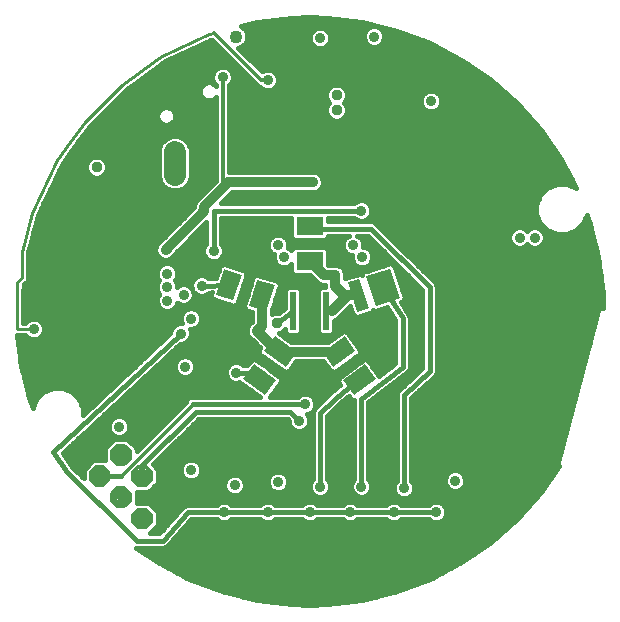
<source format=gbl>
G75*
%MOIN*%
%OFA0B0*%
%FSLAX25Y25*%
%IPPOS*%
%LPD*%
%AMOC8*
5,1,8,0,0,1.08239X$1,22.5*
%
%ADD10C,0.01480*%
%ADD11R,0.06102X0.09055*%
%ADD12R,0.08386X0.10236*%
%ADD13R,0.04016X0.10236*%
%ADD14R,0.09055X0.06102*%
%ADD15R,0.01969X0.12992*%
%ADD16R,0.05118X0.12992*%
%ADD17C,0.07400*%
%ADD18C,0.01600*%
%ADD19C,0.03569*%
%ADD20C,0.01000*%
%ADD21C,0.04356*%
%ADD22C,0.03765*%
%ADD23C,0.03200*%
%ADD24C,0.01200*%
%ADD25C,0.02000*%
D10*
X0039757Y0037510D02*
X0040497Y0036770D01*
X0038045Y0036770D01*
X0036312Y0038503D01*
X0036312Y0040955D01*
X0038045Y0042688D01*
X0040497Y0042688D01*
X0042230Y0040955D01*
X0042230Y0038503D01*
X0040497Y0036770D01*
X0040037Y0037880D01*
X0038505Y0037880D01*
X0037422Y0038963D01*
X0037422Y0040495D01*
X0038505Y0041578D01*
X0040037Y0041578D01*
X0041120Y0040495D01*
X0041120Y0038963D01*
X0040037Y0037880D01*
X0039577Y0038990D01*
X0038965Y0038990D01*
X0038532Y0039423D01*
X0038532Y0040035D01*
X0038965Y0040468D01*
X0039577Y0040468D01*
X0040010Y0040035D01*
X0040010Y0039423D01*
X0039577Y0038990D01*
X0046828Y0030439D02*
X0047568Y0029699D01*
X0045116Y0029699D01*
X0043383Y0031432D01*
X0043383Y0033884D01*
X0045116Y0035617D01*
X0047568Y0035617D01*
X0049301Y0033884D01*
X0049301Y0031432D01*
X0047568Y0029699D01*
X0047108Y0030809D01*
X0045576Y0030809D01*
X0044493Y0031892D01*
X0044493Y0033424D01*
X0045576Y0034507D01*
X0047108Y0034507D01*
X0048191Y0033424D01*
X0048191Y0031892D01*
X0047108Y0030809D01*
X0046648Y0031919D01*
X0046036Y0031919D01*
X0045603Y0032352D01*
X0045603Y0032964D01*
X0046036Y0033397D01*
X0046648Y0033397D01*
X0047081Y0032964D01*
X0047081Y0032352D01*
X0046648Y0031919D01*
X0053899Y0037510D02*
X0054639Y0036770D01*
X0052187Y0036770D01*
X0050454Y0038503D01*
X0050454Y0040955D01*
X0052187Y0042688D01*
X0054639Y0042688D01*
X0056372Y0040955D01*
X0056372Y0038503D01*
X0054639Y0036770D01*
X0054179Y0037880D01*
X0052647Y0037880D01*
X0051564Y0038963D01*
X0051564Y0040495D01*
X0052647Y0041578D01*
X0054179Y0041578D01*
X0055262Y0040495D01*
X0055262Y0038963D01*
X0054179Y0037880D01*
X0053719Y0038990D01*
X0053107Y0038990D01*
X0052674Y0039423D01*
X0052674Y0040035D01*
X0053107Y0040468D01*
X0053719Y0040468D01*
X0054152Y0040035D01*
X0054152Y0039423D01*
X0053719Y0038990D01*
X0046828Y0044581D02*
X0047568Y0043841D01*
X0045116Y0043841D01*
X0043383Y0045574D01*
X0043383Y0048026D01*
X0045116Y0049759D01*
X0047568Y0049759D01*
X0049301Y0048026D01*
X0049301Y0045574D01*
X0047568Y0043841D01*
X0047108Y0044951D01*
X0045576Y0044951D01*
X0044493Y0046034D01*
X0044493Y0047566D01*
X0045576Y0048649D01*
X0047108Y0048649D01*
X0048191Y0047566D01*
X0048191Y0046034D01*
X0047108Y0044951D01*
X0046648Y0046061D01*
X0046036Y0046061D01*
X0045603Y0046494D01*
X0045603Y0047106D01*
X0046036Y0047539D01*
X0046648Y0047539D01*
X0047081Y0047106D01*
X0047081Y0046494D01*
X0046648Y0046061D01*
X0039757Y0051652D02*
X0040497Y0050912D01*
X0038045Y0050912D01*
X0036312Y0052645D01*
X0036312Y0055097D01*
X0038045Y0056830D01*
X0040497Y0056830D01*
X0042230Y0055097D01*
X0042230Y0052645D01*
X0040497Y0050912D01*
X0040037Y0052022D01*
X0038505Y0052022D01*
X0037422Y0053105D01*
X0037422Y0054637D01*
X0038505Y0055720D01*
X0040037Y0055720D01*
X0041120Y0054637D01*
X0041120Y0053105D01*
X0040037Y0052022D01*
X0039577Y0053132D01*
X0038965Y0053132D01*
X0038532Y0053565D01*
X0038532Y0054177D01*
X0038965Y0054610D01*
X0039577Y0054610D01*
X0040010Y0054177D01*
X0040010Y0053565D01*
X0039577Y0053132D01*
X0032686Y0044581D02*
X0033426Y0043841D01*
X0030974Y0043841D01*
X0029241Y0045574D01*
X0029241Y0048026D01*
X0030974Y0049759D01*
X0033426Y0049759D01*
X0035159Y0048026D01*
X0035159Y0045574D01*
X0033426Y0043841D01*
X0032966Y0044951D01*
X0031434Y0044951D01*
X0030351Y0046034D01*
X0030351Y0047566D01*
X0031434Y0048649D01*
X0032966Y0048649D01*
X0034049Y0047566D01*
X0034049Y0046034D01*
X0032966Y0044951D01*
X0032506Y0046061D01*
X0031894Y0046061D01*
X0031461Y0046494D01*
X0031461Y0047106D01*
X0031894Y0047539D01*
X0032506Y0047539D01*
X0032939Y0047106D01*
X0032939Y0046494D01*
X0032506Y0046061D01*
D11*
G36*
X0080132Y0079094D02*
X0083718Y0084031D01*
X0091042Y0078710D01*
X0087456Y0073773D01*
X0080132Y0079094D01*
G37*
G36*
X0086958Y0088490D02*
X0090544Y0093427D01*
X0097868Y0088106D01*
X0094282Y0083169D01*
X0086958Y0088490D01*
G37*
G36*
X0084821Y0112253D02*
X0090623Y0110367D01*
X0087825Y0101757D01*
X0082023Y0103643D01*
X0084821Y0112253D01*
G37*
G36*
X0073775Y0115842D02*
X0079577Y0113956D01*
X0076779Y0105346D01*
X0070977Y0107232D01*
X0073775Y0115842D01*
G37*
G36*
X0110118Y0083169D02*
X0106532Y0088106D01*
X0113856Y0093427D01*
X0117442Y0088490D01*
X0110118Y0083169D01*
G37*
G36*
X0116944Y0073773D02*
X0113358Y0078710D01*
X0120682Y0084031D01*
X0124268Y0079094D01*
X0116944Y0073773D01*
G37*
D12*
G36*
X0132296Y0106245D02*
X0124321Y0103653D01*
X0121158Y0113387D01*
X0129133Y0115979D01*
X0132296Y0106245D01*
G37*
D13*
G36*
X0121886Y0102862D02*
X0118067Y0101621D01*
X0114904Y0111356D01*
X0118723Y0112597D01*
X0121886Y0102862D01*
G37*
D14*
X0102200Y0118493D03*
X0102200Y0130107D03*
D15*
X0096688Y0101800D03*
X0107712Y0101800D03*
D16*
X0102200Y0101800D03*
D17*
X0057318Y0147313D02*
X0057318Y0154713D01*
X0047318Y0154713D02*
X0047318Y0147313D01*
D18*
X0042700Y0027300D02*
X0044700Y0025300D01*
X0053200Y0025300D01*
X0061700Y0034800D01*
X0073700Y0034800D01*
X0088200Y0034800D01*
X0102200Y0034800D01*
X0115700Y0034800D01*
X0130200Y0034800D01*
X0144450Y0034800D01*
X0142064Y0037200D02*
X0132586Y0037200D01*
X0132117Y0037669D01*
X0130873Y0038184D01*
X0129527Y0038184D01*
X0128283Y0037669D01*
X0127814Y0037200D01*
X0118086Y0037200D01*
X0117617Y0037669D01*
X0116373Y0038184D01*
X0115027Y0038184D01*
X0113783Y0037669D01*
X0113314Y0037200D01*
X0104586Y0037200D01*
X0104117Y0037669D01*
X0102873Y0038184D01*
X0101527Y0038184D01*
X0100283Y0037669D01*
X0099814Y0037200D01*
X0090586Y0037200D01*
X0090117Y0037669D01*
X0088873Y0038184D01*
X0087527Y0038184D01*
X0086283Y0037669D01*
X0085814Y0037200D01*
X0076086Y0037200D01*
X0075617Y0037669D01*
X0074373Y0038184D01*
X0073027Y0038184D01*
X0071783Y0037669D01*
X0071314Y0037200D01*
X0062109Y0037200D01*
X0062044Y0037223D01*
X0061633Y0037200D01*
X0061223Y0037200D01*
X0061159Y0037174D01*
X0061090Y0037170D01*
X0060720Y0036992D01*
X0060341Y0036835D01*
X0060292Y0036786D01*
X0060230Y0036756D01*
X0059956Y0036450D01*
X0059665Y0036159D01*
X0059639Y0036096D01*
X0052127Y0027700D01*
X0048880Y0027700D01*
X0051642Y0030463D01*
X0051642Y0034853D01*
X0048537Y0037958D01*
X0044571Y0037958D01*
X0044571Y0041500D01*
X0048537Y0041500D01*
X0051642Y0044605D01*
X0051642Y0048995D01*
X0049966Y0050672D01*
X0065194Y0065900D01*
X0094706Y0065900D01*
X0095316Y0065290D01*
X0095316Y0064627D01*
X0095831Y0063383D01*
X0096783Y0062431D01*
X0098027Y0061916D01*
X0099373Y0061916D01*
X0100617Y0062431D01*
X0101569Y0063383D01*
X0102084Y0064627D01*
X0102084Y0065973D01*
X0101569Y0067217D01*
X0101370Y0067416D01*
X0101373Y0067416D01*
X0102617Y0067931D01*
X0103538Y0068852D01*
X0103300Y0068277D01*
X0103300Y0045686D01*
X0102831Y0045217D01*
X0102316Y0043973D01*
X0102316Y0042627D01*
X0102831Y0041383D01*
X0103783Y0040431D01*
X0105027Y0039916D01*
X0106373Y0039916D01*
X0107617Y0040431D01*
X0108569Y0041383D01*
X0109084Y0042627D01*
X0109084Y0043973D01*
X0108569Y0045217D01*
X0108100Y0045686D01*
X0108100Y0066806D01*
X0111842Y0070547D01*
X0114688Y0073044D01*
X0115221Y0073421D01*
X0116039Y0072296D01*
X0117050Y0072136D01*
X0117050Y0045686D01*
X0116581Y0045217D01*
X0116066Y0043973D01*
X0116066Y0042627D01*
X0116581Y0041383D01*
X0117533Y0040431D01*
X0118777Y0039916D01*
X0120123Y0039916D01*
X0121367Y0040431D01*
X0122319Y0041383D01*
X0122834Y0042627D01*
X0122834Y0043973D01*
X0122319Y0045217D01*
X0121850Y0045686D01*
X0121850Y0071380D01*
X0134421Y0081208D01*
X0134559Y0081265D01*
X0134794Y0081499D01*
X0135054Y0081703D01*
X0135128Y0081834D01*
X0135235Y0081941D01*
X0135361Y0082246D01*
X0135524Y0082534D01*
X0135542Y0082684D01*
X0135600Y0082823D01*
X0135600Y0083154D01*
X0135640Y0083482D01*
X0135600Y0083627D01*
X0135600Y0099174D01*
X0135646Y0099372D01*
X0135600Y0099647D01*
X0135600Y0099925D01*
X0135522Y0100113D01*
X0135489Y0100314D01*
X0135341Y0100550D01*
X0135235Y0100807D01*
X0135091Y0100951D01*
X0132745Y0104708D01*
X0133421Y0104927D01*
X0134022Y0106108D01*
X0130449Y0117104D01*
X0129268Y0117706D01*
X0120032Y0114705D01*
X0119637Y0113927D01*
X0118859Y0114323D01*
X0113914Y0112717D01*
X0114084Y0113127D01*
X0114084Y0114473D01*
X0113569Y0115717D01*
X0112617Y0116669D01*
X0111373Y0117184D01*
X0110027Y0117184D01*
X0109582Y0117000D01*
X0108328Y0117000D01*
X0108328Y0122207D01*
X0107390Y0123144D01*
X0097010Y0123144D01*
X0096076Y0122210D01*
X0095617Y0122669D01*
X0095000Y0122924D01*
X0095084Y0123127D01*
X0095084Y0124473D01*
X0094569Y0125717D01*
X0093617Y0126669D01*
X0092373Y0127184D01*
X0091027Y0127184D01*
X0089783Y0126669D01*
X0088831Y0125717D01*
X0088316Y0124473D01*
X0088316Y0123127D01*
X0088831Y0121883D01*
X0089783Y0120931D01*
X0090400Y0120676D01*
X0090316Y0120473D01*
X0090316Y0119127D01*
X0090831Y0117883D01*
X0091783Y0116931D01*
X0093027Y0116416D01*
X0094373Y0116416D01*
X0095617Y0116931D01*
X0096072Y0117386D01*
X0096072Y0114779D01*
X0097010Y0113842D01*
X0102326Y0113842D01*
X0105080Y0111087D01*
X0106256Y0110600D01*
X0107500Y0110600D01*
X0107500Y0109896D01*
X0106065Y0109896D01*
X0105128Y0108959D01*
X0105128Y0094641D01*
X0106065Y0093704D01*
X0109359Y0093704D01*
X0110296Y0094641D01*
X0110296Y0098600D01*
X0110337Y0098600D01*
X0111513Y0099087D01*
X0115812Y0103386D01*
X0116751Y0100496D01*
X0117932Y0099894D01*
X0123011Y0101545D01*
X0123407Y0102322D01*
X0124185Y0101926D01*
X0128041Y0103179D01*
X0130800Y0098760D01*
X0130800Y0084470D01*
X0125406Y0080253D01*
X0121588Y0085508D01*
X0120278Y0085716D01*
X0111880Y0079614D01*
X0111673Y0078305D01*
X0112400Y0077305D01*
X0112098Y0077092D01*
X0111976Y0077050D01*
X0111712Y0076818D01*
X0111424Y0076615D01*
X0111356Y0076506D01*
X0108915Y0074366D01*
X0108841Y0074335D01*
X0108558Y0074052D01*
X0108259Y0073790D01*
X0108223Y0073717D01*
X0103696Y0069191D01*
X0104084Y0070127D01*
X0104084Y0071473D01*
X0103569Y0072717D01*
X0102617Y0073669D01*
X0101373Y0074184D01*
X0100027Y0074184D01*
X0098783Y0073669D01*
X0098314Y0073200D01*
X0089018Y0073200D01*
X0092727Y0078305D01*
X0092520Y0079614D01*
X0089008Y0082166D01*
X0088885Y0082525D01*
X0088832Y0082585D01*
X0088802Y0082659D01*
X0088519Y0082942D01*
X0088255Y0083242D01*
X0088183Y0083278D01*
X0088127Y0083335D01*
X0087757Y0083488D01*
X0087399Y0083664D01*
X0087319Y0083669D01*
X0087245Y0083700D01*
X0086896Y0083700D01*
X0084122Y0085716D01*
X0082812Y0085508D01*
X0081499Y0083700D01*
X0080086Y0083700D01*
X0079617Y0084169D01*
X0078373Y0084684D01*
X0077027Y0084684D01*
X0075783Y0084169D01*
X0074831Y0083217D01*
X0074316Y0081973D01*
X0074316Y0080627D01*
X0074831Y0079383D01*
X0075783Y0078431D01*
X0077027Y0077916D01*
X0078373Y0077916D01*
X0078792Y0078089D01*
X0085522Y0073200D01*
X0062723Y0073200D01*
X0061841Y0072835D01*
X0061165Y0072159D01*
X0060865Y0071435D01*
X0044571Y0055141D01*
X0044571Y0056066D01*
X0041466Y0059171D01*
X0037076Y0059171D01*
X0033971Y0056066D01*
X0033971Y0052100D01*
X0030005Y0052100D01*
X0026900Y0048995D01*
X0026900Y0046087D01*
X0023042Y0049856D01*
X0019856Y0054457D01*
X0059084Y0090916D01*
X0059873Y0090916D01*
X0061117Y0091431D01*
X0062069Y0092383D01*
X0062584Y0093627D01*
X0062584Y0094973D01*
X0062194Y0095916D01*
X0063373Y0095916D01*
X0064617Y0096431D01*
X0065569Y0097383D01*
X0066084Y0098627D01*
X0066084Y0099973D01*
X0065569Y0101217D01*
X0064617Y0102169D01*
X0063373Y0102684D01*
X0062027Y0102684D01*
X0060783Y0102169D01*
X0059831Y0101217D01*
X0059316Y0099973D01*
X0059316Y0098627D01*
X0059706Y0097684D01*
X0058527Y0097684D01*
X0057283Y0097169D01*
X0056331Y0096217D01*
X0055816Y0094973D01*
X0055816Y0094431D01*
X0026600Y0067278D01*
X0026600Y0069471D01*
X0025321Y0072558D01*
X0022958Y0074921D01*
X0019871Y0076200D01*
X0016529Y0076200D01*
X0013442Y0074921D01*
X0011079Y0072558D01*
X0009877Y0069657D01*
X0008733Y0072674D01*
X0005904Y0084153D01*
X0004744Y0093700D01*
X0007514Y0093700D01*
X0008283Y0092931D01*
X0009527Y0092416D01*
X0010873Y0092416D01*
X0012117Y0092931D01*
X0013069Y0093883D01*
X0013584Y0095127D01*
X0013584Y0096473D01*
X0013069Y0097717D01*
X0012117Y0098669D01*
X0010873Y0099184D01*
X0009527Y0099184D01*
X0008283Y0098669D01*
X0007514Y0097900D01*
X0006625Y0097900D01*
X0006625Y0107708D01*
X0006869Y0110499D01*
X0051326Y0110499D01*
X0051316Y0110473D02*
X0051316Y0109127D01*
X0051831Y0107883D01*
X0052164Y0107550D01*
X0051831Y0107217D01*
X0051316Y0105973D01*
X0051316Y0104627D01*
X0051831Y0103383D01*
X0052783Y0102431D01*
X0054027Y0101916D01*
X0055373Y0101916D01*
X0056617Y0102431D01*
X0057569Y0103383D01*
X0058084Y0104627D01*
X0058084Y0104630D01*
X0058283Y0104431D01*
X0059527Y0103916D01*
X0060873Y0103916D01*
X0062117Y0104431D01*
X0063069Y0105383D01*
X0063584Y0106627D01*
X0063584Y0107973D01*
X0063474Y0108240D01*
X0064283Y0107431D01*
X0065527Y0106916D01*
X0066873Y0106916D01*
X0068117Y0107431D01*
X0068665Y0107979D01*
X0069546Y0108007D01*
X0069250Y0107096D01*
X0069851Y0105915D01*
X0076916Y0103619D01*
X0078097Y0104221D01*
X0081305Y0114093D01*
X0080703Y0115274D01*
X0073639Y0117570D01*
X0072458Y0116968D01*
X0071123Y0112861D01*
X0068510Y0112776D01*
X0068117Y0113169D01*
X0066873Y0113684D01*
X0065527Y0113684D01*
X0064283Y0113169D01*
X0063331Y0112217D01*
X0062816Y0110973D01*
X0062816Y0109627D01*
X0062926Y0109360D01*
X0062117Y0110169D01*
X0060873Y0110684D01*
X0059527Y0110684D01*
X0058283Y0110169D01*
X0058084Y0109970D01*
X0058084Y0110473D01*
X0057569Y0111717D01*
X0057236Y0112050D01*
X0057569Y0112383D01*
X0058084Y0113627D01*
X0058084Y0114973D01*
X0057569Y0116217D01*
X0056617Y0117169D01*
X0055373Y0117684D01*
X0054027Y0117684D01*
X0052783Y0117169D01*
X0051831Y0116217D01*
X0051316Y0114973D01*
X0051316Y0113627D01*
X0051831Y0112383D01*
X0052164Y0112050D01*
X0051831Y0111717D01*
X0051316Y0110473D01*
X0051410Y0108900D02*
X0006729Y0108900D01*
X0006625Y0107302D02*
X0051916Y0107302D01*
X0051316Y0105703D02*
X0006625Y0105703D01*
X0006625Y0104105D02*
X0051532Y0104105D01*
X0052708Y0102506D02*
X0006625Y0102506D01*
X0006625Y0100908D02*
X0059703Y0100908D01*
X0059316Y0099309D02*
X0006625Y0099309D01*
X0008321Y0092915D02*
X0004840Y0092915D01*
X0005034Y0091317D02*
X0052465Y0091317D01*
X0054185Y0092915D02*
X0012079Y0092915D01*
X0013330Y0094514D02*
X0055816Y0094514D01*
X0056288Y0096112D02*
X0013584Y0096112D01*
X0013072Y0097711D02*
X0059695Y0097711D01*
X0059200Y0094300D02*
X0016700Y0054800D01*
X0021200Y0048300D01*
X0042700Y0027300D01*
X0044481Y0022900D02*
X0052791Y0022900D01*
X0052856Y0022877D01*
X0053267Y0022900D01*
X0053677Y0022900D01*
X0053741Y0022926D01*
X0053810Y0022930D01*
X0054180Y0023108D01*
X0054559Y0023265D01*
X0054608Y0023314D01*
X0054670Y0023344D01*
X0054944Y0023650D01*
X0055235Y0023941D01*
X0055261Y0024004D01*
X0062773Y0032400D01*
X0071314Y0032400D01*
X0071783Y0031931D01*
X0073027Y0031416D01*
X0074373Y0031416D01*
X0075617Y0031931D01*
X0076086Y0032400D01*
X0085814Y0032400D01*
X0086283Y0031931D01*
X0087527Y0031416D01*
X0088873Y0031416D01*
X0090117Y0031931D01*
X0090586Y0032400D01*
X0099814Y0032400D01*
X0100283Y0031931D01*
X0101527Y0031416D01*
X0102873Y0031416D01*
X0104117Y0031931D01*
X0104586Y0032400D01*
X0113314Y0032400D01*
X0113783Y0031931D01*
X0115027Y0031416D01*
X0116373Y0031416D01*
X0117617Y0031931D01*
X0118086Y0032400D01*
X0127814Y0032400D01*
X0128283Y0031931D01*
X0129527Y0031416D01*
X0130873Y0031416D01*
X0132117Y0031931D01*
X0132586Y0032400D01*
X0142064Y0032400D01*
X0142533Y0031931D01*
X0143777Y0031416D01*
X0145123Y0031416D01*
X0146367Y0031931D01*
X0147319Y0032883D01*
X0147834Y0034127D01*
X0147834Y0035473D01*
X0147319Y0036717D01*
X0146367Y0037669D01*
X0145123Y0038184D01*
X0143777Y0038184D01*
X0142533Y0037669D01*
X0142064Y0037200D01*
X0147069Y0036967D02*
X0175318Y0036967D01*
X0176734Y0038566D02*
X0044571Y0038566D01*
X0044571Y0040164D02*
X0104427Y0040164D01*
X0102674Y0041763D02*
X0093211Y0041763D01*
X0093617Y0041931D02*
X0092373Y0041416D01*
X0091027Y0041416D01*
X0089783Y0041931D01*
X0088831Y0042883D01*
X0088316Y0044127D01*
X0088316Y0045473D01*
X0088831Y0046717D01*
X0089783Y0047669D01*
X0091027Y0048184D01*
X0092373Y0048184D01*
X0093617Y0047669D01*
X0094569Y0046717D01*
X0095084Y0045473D01*
X0095084Y0044127D01*
X0094569Y0042883D01*
X0093617Y0041931D01*
X0094767Y0043361D02*
X0102316Y0043361D01*
X0102724Y0044960D02*
X0095084Y0044960D01*
X0094635Y0046558D02*
X0103300Y0046558D01*
X0103300Y0048157D02*
X0092439Y0048157D01*
X0090961Y0048157D02*
X0066084Y0048157D01*
X0066084Y0048127D02*
X0065569Y0046883D01*
X0064617Y0045931D01*
X0063373Y0045416D01*
X0062027Y0045416D01*
X0060783Y0045931D01*
X0059831Y0046883D01*
X0059316Y0048127D01*
X0059316Y0049473D01*
X0059831Y0050717D01*
X0060783Y0051669D01*
X0062027Y0052184D01*
X0063373Y0052184D01*
X0064617Y0051669D01*
X0065569Y0050717D01*
X0066084Y0049473D01*
X0066084Y0048127D01*
X0065967Y0049755D02*
X0103300Y0049755D01*
X0103300Y0051354D02*
X0064932Y0051354D01*
X0060468Y0051354D02*
X0050648Y0051354D01*
X0050882Y0049755D02*
X0059433Y0049755D01*
X0059316Y0048157D02*
X0051642Y0048157D01*
X0051642Y0046558D02*
X0060156Y0046558D01*
X0065244Y0046558D02*
X0075172Y0046558D01*
X0075283Y0046669D02*
X0074331Y0045717D01*
X0073816Y0044473D01*
X0073816Y0043127D01*
X0074331Y0041883D01*
X0075283Y0040931D01*
X0076527Y0040416D01*
X0077873Y0040416D01*
X0079117Y0040931D01*
X0080069Y0041883D01*
X0080584Y0043127D01*
X0080584Y0044473D01*
X0080069Y0045717D01*
X0079117Y0046669D01*
X0077873Y0047184D01*
X0076527Y0047184D01*
X0075283Y0046669D01*
X0074017Y0044960D02*
X0051642Y0044960D01*
X0050399Y0043361D02*
X0073816Y0043361D01*
X0074451Y0041763D02*
X0048800Y0041763D01*
X0049528Y0036967D02*
X0060661Y0036967D01*
X0058988Y0035369D02*
X0051127Y0035369D01*
X0051642Y0033770D02*
X0057558Y0033770D01*
X0056128Y0032172D02*
X0051642Y0032172D01*
X0051642Y0030573D02*
X0054698Y0030573D01*
X0053267Y0028975D02*
X0050154Y0028975D01*
X0055418Y0024179D02*
X0161772Y0024179D01*
X0162577Y0024735D02*
X0152847Y0018019D01*
X0142379Y0012525D01*
X0131326Y0008333D01*
X0119847Y0005504D01*
X0108111Y0004079D01*
X0102200Y0003900D01*
X0102200Y0003900D01*
X0096289Y0004079D01*
X0084553Y0005504D01*
X0073074Y0008333D01*
X0062021Y0012525D01*
X0051553Y0018019D01*
X0044481Y0022900D01*
X0044944Y0022581D02*
X0159456Y0022581D01*
X0157140Y0020982D02*
X0047260Y0020982D01*
X0049576Y0019384D02*
X0154824Y0019384D01*
X0152847Y0018019D02*
X0152847Y0018019D01*
X0152402Y0017785D02*
X0051998Y0017785D01*
X0055044Y0016187D02*
X0149356Y0016187D01*
X0146310Y0014588D02*
X0058090Y0014588D01*
X0061135Y0012990D02*
X0143265Y0012990D01*
X0139389Y0011391D02*
X0065011Y0011391D01*
X0069225Y0009793D02*
X0135175Y0009793D01*
X0130763Y0008194D02*
X0073637Y0008194D01*
X0080123Y0006596D02*
X0124277Y0006596D01*
X0115675Y0004997D02*
X0088725Y0004997D01*
X0059708Y0028975D02*
X0167363Y0028975D01*
X0169167Y0030573D02*
X0061139Y0030573D01*
X0062569Y0032172D02*
X0071542Y0032172D01*
X0075858Y0032172D02*
X0086042Y0032172D01*
X0090358Y0032172D02*
X0100042Y0032172D01*
X0104358Y0032172D02*
X0113542Y0032172D01*
X0117858Y0032172D02*
X0128042Y0032172D01*
X0132358Y0032172D02*
X0142292Y0032172D01*
X0146608Y0032172D02*
X0170971Y0032172D01*
X0171426Y0032574D02*
X0162577Y0024735D01*
X0162577Y0024735D01*
X0163754Y0025778D02*
X0056848Y0025778D01*
X0058278Y0027376D02*
X0165558Y0027376D01*
X0171426Y0032574D02*
X0179265Y0041423D01*
X0185278Y0050135D01*
X0184700Y0050300D01*
X0198700Y0103300D01*
X0200066Y0102910D01*
X0199921Y0107711D01*
X0198496Y0119447D01*
X0195667Y0130926D01*
X0194523Y0133943D01*
X0193321Y0131042D01*
X0190958Y0128679D01*
X0187871Y0127400D01*
X0184529Y0127400D01*
X0181442Y0128679D01*
X0179079Y0131042D01*
X0177800Y0134129D01*
X0177800Y0137471D01*
X0179079Y0140558D01*
X0181442Y0142921D01*
X0184529Y0144200D01*
X0187871Y0144200D01*
X0190958Y0142921D01*
X0191006Y0142874D01*
X0185981Y0152447D01*
X0179265Y0162177D01*
X0171426Y0171026D01*
X0162577Y0178865D01*
X0152847Y0185581D01*
X0142379Y0191075D01*
X0131326Y0195267D01*
X0119847Y0198096D01*
X0108111Y0199521D01*
X0102200Y0199700D01*
X0102200Y0199700D01*
X0096289Y0199521D01*
X0084553Y0198096D01*
X0079186Y0196774D01*
X0079840Y0196503D01*
X0080903Y0195440D01*
X0081478Y0194051D01*
X0081478Y0192549D01*
X0080903Y0191160D01*
X0079840Y0190097D01*
X0078517Y0189549D01*
X0086364Y0181703D01*
X0087527Y0182184D01*
X0088873Y0182184D01*
X0090117Y0181669D01*
X0091069Y0180717D01*
X0091584Y0179473D01*
X0091584Y0178127D01*
X0091069Y0176883D01*
X0090117Y0175931D01*
X0088873Y0175416D01*
X0087527Y0175416D01*
X0086283Y0175931D01*
X0085614Y0176600D01*
X0085244Y0176600D01*
X0083956Y0177889D01*
X0069660Y0192184D01*
X0069335Y0192097D01*
X0054154Y0185018D01*
X0052221Y0183665D01*
X0040948Y0175426D01*
X0029054Y0163531D01*
X0023890Y0156855D01*
X0019878Y0151126D01*
X0011706Y0133930D01*
X0008300Y0121219D01*
X0008300Y0111930D01*
X0007070Y0110700D01*
X0006869Y0110499D01*
X0008300Y0112097D02*
X0052117Y0112097D01*
X0051316Y0113696D02*
X0008300Y0113696D01*
X0008300Y0115294D02*
X0051449Y0115294D01*
X0052507Y0116893D02*
X0008300Y0116893D01*
X0008300Y0118491D02*
X0069344Y0118491D01*
X0069527Y0118416D02*
X0070873Y0118416D01*
X0072117Y0118931D01*
X0073069Y0119883D01*
X0073584Y0121127D01*
X0073584Y0122473D01*
X0073069Y0123717D01*
X0072600Y0124186D01*
X0072600Y0132900D01*
X0096072Y0132900D01*
X0096072Y0126393D01*
X0097010Y0125456D01*
X0107390Y0125456D01*
X0108328Y0126393D01*
X0108328Y0126900D01*
X0115341Y0126900D01*
X0114783Y0126669D01*
X0113831Y0125717D01*
X0113316Y0124473D01*
X0113316Y0123127D01*
X0113831Y0121883D01*
X0114783Y0120931D01*
X0116027Y0120416D01*
X0116316Y0120416D01*
X0116316Y0119127D01*
X0116831Y0117883D01*
X0117783Y0116931D01*
X0119027Y0116416D01*
X0120373Y0116416D01*
X0121617Y0116931D01*
X0122569Y0117883D01*
X0123084Y0119127D01*
X0123084Y0120473D01*
X0122569Y0121717D01*
X0121617Y0122669D01*
X0120373Y0123184D01*
X0120084Y0123184D01*
X0120084Y0124473D01*
X0119569Y0125717D01*
X0118617Y0126669D01*
X0118059Y0126900D01*
X0121706Y0126900D01*
X0139800Y0108806D01*
X0139800Y0082837D01*
X0132375Y0075849D01*
X0132341Y0075835D01*
X0132029Y0075523D01*
X0131707Y0075220D01*
X0131692Y0075186D01*
X0131665Y0075159D01*
X0131497Y0074752D01*
X0131316Y0074350D01*
X0131314Y0074312D01*
X0131300Y0074277D01*
X0131300Y0073836D01*
X0131287Y0073396D01*
X0131300Y0073360D01*
X0131300Y0045186D01*
X0130831Y0044717D01*
X0130316Y0043473D01*
X0130316Y0042127D01*
X0130831Y0040883D01*
X0131783Y0039931D01*
X0133027Y0039416D01*
X0134373Y0039416D01*
X0135617Y0039931D01*
X0136569Y0040883D01*
X0137084Y0042127D01*
X0137084Y0043473D01*
X0136569Y0044717D01*
X0136100Y0045186D01*
X0136100Y0072763D01*
X0143525Y0079751D01*
X0143559Y0079765D01*
X0143871Y0080077D01*
X0144192Y0080380D01*
X0144208Y0080414D01*
X0144235Y0080441D01*
X0144403Y0080848D01*
X0144584Y0081250D01*
X0144586Y0081288D01*
X0144600Y0081323D01*
X0144600Y0081764D01*
X0144613Y0082204D01*
X0144600Y0082240D01*
X0144600Y0110277D01*
X0144235Y0111159D01*
X0124735Y0130659D01*
X0124059Y0131335D01*
X0123177Y0131700D01*
X0108328Y0131700D01*
X0108328Y0132900D01*
X0117064Y0132900D01*
X0117533Y0132431D01*
X0118777Y0131916D01*
X0120123Y0131916D01*
X0121367Y0132431D01*
X0122319Y0133383D01*
X0122834Y0134627D01*
X0122834Y0135973D01*
X0122319Y0137217D01*
X0121367Y0138169D01*
X0120123Y0138684D01*
X0118777Y0138684D01*
X0117533Y0138169D01*
X0117064Y0137700D01*
X0072600Y0137700D01*
X0076500Y0141600D01*
X0102082Y0141600D01*
X0102527Y0141416D01*
X0103873Y0141416D01*
X0105117Y0141931D01*
X0106069Y0142883D01*
X0106584Y0144127D01*
X0106584Y0145473D01*
X0106069Y0146717D01*
X0105117Y0147669D01*
X0103873Y0148184D01*
X0102527Y0148184D01*
X0102082Y0148000D01*
X0075400Y0148000D01*
X0075400Y0177214D01*
X0076069Y0177883D01*
X0076584Y0179127D01*
X0076584Y0180473D01*
X0076069Y0181717D01*
X0075117Y0182669D01*
X0073873Y0183184D01*
X0072527Y0183184D01*
X0071283Y0182669D01*
X0070331Y0181717D01*
X0069816Y0180473D01*
X0069816Y0179127D01*
X0070331Y0177883D01*
X0071000Y0177214D01*
X0071000Y0176840D01*
X0070285Y0177556D01*
X0069190Y0178009D01*
X0068005Y0178009D01*
X0066911Y0177556D01*
X0066073Y0176718D01*
X0065620Y0175624D01*
X0065620Y0174439D01*
X0066073Y0173344D01*
X0066911Y0172507D01*
X0068005Y0172053D01*
X0069190Y0172053D01*
X0070285Y0172507D01*
X0071000Y0173222D01*
X0071000Y0145151D01*
X0064287Y0138438D01*
X0063800Y0137262D01*
X0063800Y0136425D01*
X0052728Y0125353D01*
X0052283Y0125169D01*
X0051331Y0124217D01*
X0050816Y0122973D01*
X0050816Y0121627D01*
X0051331Y0120383D01*
X0052283Y0119431D01*
X0053527Y0118916D01*
X0054873Y0118916D01*
X0056117Y0119431D01*
X0057069Y0120383D01*
X0057253Y0120828D01*
X0067800Y0131375D01*
X0067800Y0124186D01*
X0067331Y0123717D01*
X0066816Y0122473D01*
X0066816Y0121127D01*
X0067331Y0119883D01*
X0068283Y0118931D01*
X0069527Y0118416D01*
X0071056Y0118491D02*
X0090579Y0118491D01*
X0090316Y0120090D02*
X0073155Y0120090D01*
X0073584Y0121688D02*
X0089026Y0121688D01*
X0088316Y0123287D02*
X0073247Y0123287D01*
X0072600Y0124885D02*
X0088486Y0124885D01*
X0089598Y0126484D02*
X0072600Y0126484D01*
X0072600Y0128082D02*
X0096072Y0128082D01*
X0096072Y0126484D02*
X0093802Y0126484D01*
X0094914Y0124885D02*
X0113486Y0124885D01*
X0113316Y0123287D02*
X0095084Y0123287D01*
X0095525Y0116893D02*
X0096072Y0116893D01*
X0096072Y0115294D02*
X0080642Y0115294D01*
X0081175Y0113696D02*
X0084125Y0113696D01*
X0084684Y0113981D02*
X0083503Y0113379D01*
X0080295Y0103507D01*
X0080897Y0102326D01*
X0083123Y0101602D01*
X0083123Y0098310D01*
X0082783Y0098169D01*
X0081831Y0097217D01*
X0081316Y0095973D01*
X0081316Y0094627D01*
X0081831Y0093383D01*
X0082783Y0092431D01*
X0083228Y0092247D01*
X0085823Y0089652D01*
X0085273Y0088895D01*
X0085480Y0087586D01*
X0093878Y0081484D01*
X0095188Y0081692D01*
X0097662Y0085098D01*
X0106738Y0085098D01*
X0109212Y0081692D01*
X0110522Y0081484D01*
X0118920Y0087586D01*
X0119127Y0088895D01*
X0114761Y0094904D01*
X0113452Y0095112D01*
X0108478Y0091498D01*
X0095922Y0091498D01*
X0091987Y0094357D01*
X0093173Y0094848D01*
X0094104Y0095779D01*
X0094104Y0094641D01*
X0095041Y0093704D01*
X0098335Y0093704D01*
X0099272Y0094641D01*
X0099272Y0108959D01*
X0098335Y0109896D01*
X0095041Y0109896D01*
X0094104Y0108959D01*
X0094104Y0102886D01*
X0091900Y0101280D01*
X0091893Y0101283D01*
X0090507Y0101283D01*
X0089523Y0100875D01*
X0089523Y0101803D01*
X0092350Y0110504D01*
X0091749Y0111685D01*
X0084684Y0113981D01*
X0085561Y0113696D02*
X0102472Y0113696D01*
X0104070Y0112097D02*
X0090481Y0112097D01*
X0092348Y0110499D02*
X0107500Y0110499D01*
X0105128Y0108900D02*
X0099272Y0108900D01*
X0099272Y0107302D02*
X0105128Y0107302D01*
X0105128Y0105703D02*
X0099272Y0105703D01*
X0099272Y0104105D02*
X0105128Y0104105D01*
X0105128Y0102506D02*
X0099272Y0102506D01*
X0099272Y0100908D02*
X0105128Y0100908D01*
X0105128Y0099309D02*
X0099272Y0099309D01*
X0099272Y0097711D02*
X0105128Y0097711D01*
X0105128Y0096112D02*
X0099272Y0096112D01*
X0099145Y0094514D02*
X0105255Y0094514D01*
X0110169Y0094514D02*
X0112629Y0094514D01*
X0115045Y0094514D02*
X0130800Y0094514D01*
X0130800Y0096112D02*
X0110296Y0096112D01*
X0110296Y0097711D02*
X0130800Y0097711D01*
X0130457Y0099309D02*
X0111735Y0099309D01*
X0113333Y0100908D02*
X0116617Y0100908D01*
X0116097Y0102506D02*
X0114932Y0102506D01*
X0121050Y0100908D02*
X0129459Y0100908D01*
X0128461Y0102506D02*
X0125970Y0102506D01*
X0133122Y0104105D02*
X0139800Y0104105D01*
X0139800Y0105703D02*
X0133816Y0105703D01*
X0133634Y0107302D02*
X0139800Y0107302D01*
X0139706Y0108900D02*
X0133115Y0108900D01*
X0132596Y0110499D02*
X0138107Y0110499D01*
X0136509Y0112097D02*
X0132076Y0112097D01*
X0131557Y0113696D02*
X0134910Y0113696D01*
X0133312Y0115294D02*
X0131037Y0115294D01*
X0130518Y0116893D02*
X0131713Y0116893D01*
X0130115Y0118491D02*
X0122821Y0118491D01*
X0123084Y0120090D02*
X0128516Y0120090D01*
X0126918Y0121688D02*
X0122581Y0121688D01*
X0120084Y0123287D02*
X0125319Y0123287D01*
X0123721Y0124885D02*
X0119914Y0124885D01*
X0118802Y0126484D02*
X0122122Y0126484D01*
X0122700Y0129300D02*
X0106924Y0129300D01*
X0102200Y0130107D01*
X0096072Y0129681D02*
X0072600Y0129681D01*
X0072600Y0131279D02*
X0096072Y0131279D01*
X0096072Y0132878D02*
X0072600Y0132878D01*
X0070200Y0135300D02*
X0119450Y0135300D01*
X0121863Y0137673D02*
X0177884Y0137673D01*
X0177800Y0136075D02*
X0122792Y0136075D01*
X0122772Y0134476D02*
X0177800Y0134476D01*
X0178318Y0132878D02*
X0121814Y0132878D01*
X0124115Y0131279D02*
X0178980Y0131279D01*
X0177881Y0129681D02*
X0180440Y0129681D01*
X0179117Y0129169D02*
X0180069Y0128217D01*
X0180584Y0126973D01*
X0180584Y0125627D01*
X0180069Y0124383D01*
X0179117Y0123431D01*
X0177873Y0122916D01*
X0176527Y0122916D01*
X0175283Y0123431D01*
X0174700Y0124014D01*
X0174117Y0123431D01*
X0172873Y0122916D01*
X0171527Y0122916D01*
X0170283Y0123431D01*
X0169331Y0124383D01*
X0168816Y0125627D01*
X0168816Y0126973D01*
X0169331Y0128217D01*
X0170283Y0129169D01*
X0171527Y0129684D01*
X0172873Y0129684D01*
X0174117Y0129169D01*
X0174700Y0128586D01*
X0175283Y0129169D01*
X0176527Y0129684D01*
X0177873Y0129684D01*
X0179117Y0129169D01*
X0180125Y0128082D02*
X0182882Y0128082D01*
X0180584Y0126484D02*
X0196762Y0126484D01*
X0196368Y0128082D02*
X0189518Y0128082D01*
X0191960Y0129681D02*
X0195974Y0129681D01*
X0195533Y0131279D02*
X0193420Y0131279D01*
X0194082Y0132878D02*
X0194927Y0132878D01*
X0197156Y0124885D02*
X0180277Y0124885D01*
X0178769Y0123287D02*
X0197550Y0123287D01*
X0197944Y0121688D02*
X0133706Y0121688D01*
X0135304Y0120090D02*
X0198338Y0120090D01*
X0198612Y0118491D02*
X0136903Y0118491D01*
X0138501Y0116893D02*
X0198807Y0116893D01*
X0199001Y0115294D02*
X0140100Y0115294D01*
X0141698Y0113696D02*
X0199195Y0113696D01*
X0199389Y0112097D02*
X0143297Y0112097D01*
X0144508Y0110499D02*
X0199583Y0110499D01*
X0199777Y0108900D02*
X0144600Y0108900D01*
X0144600Y0107302D02*
X0199934Y0107302D01*
X0199982Y0105703D02*
X0144600Y0105703D01*
X0144600Y0104105D02*
X0200030Y0104105D01*
X0198490Y0102506D02*
X0144600Y0102506D01*
X0144600Y0100908D02*
X0198068Y0100908D01*
X0197646Y0099309D02*
X0144600Y0099309D01*
X0144600Y0097711D02*
X0197224Y0097711D01*
X0196801Y0096112D02*
X0144600Y0096112D01*
X0144600Y0094514D02*
X0196379Y0094514D01*
X0195957Y0092915D02*
X0144600Y0092915D01*
X0144600Y0091317D02*
X0195535Y0091317D01*
X0195112Y0089718D02*
X0144600Y0089718D01*
X0144600Y0088120D02*
X0194690Y0088120D01*
X0194268Y0086521D02*
X0144600Y0086521D01*
X0144600Y0084923D02*
X0193846Y0084923D01*
X0193423Y0083324D02*
X0144600Y0083324D01*
X0144600Y0081726D02*
X0193001Y0081726D01*
X0192579Y0080127D02*
X0143924Y0080127D01*
X0142226Y0078529D02*
X0192157Y0078529D01*
X0191734Y0076930D02*
X0140527Y0076930D01*
X0138829Y0075332D02*
X0191312Y0075332D01*
X0190890Y0073733D02*
X0137131Y0073733D01*
X0136100Y0072134D02*
X0190468Y0072134D01*
X0190045Y0070536D02*
X0136100Y0070536D01*
X0136100Y0068937D02*
X0189623Y0068937D01*
X0189201Y0067339D02*
X0136100Y0067339D01*
X0136100Y0065740D02*
X0188779Y0065740D01*
X0188356Y0064142D02*
X0136100Y0064142D01*
X0136100Y0062543D02*
X0187934Y0062543D01*
X0187512Y0060945D02*
X0136100Y0060945D01*
X0136100Y0059346D02*
X0187090Y0059346D01*
X0186667Y0057748D02*
X0136100Y0057748D01*
X0136100Y0056149D02*
X0186245Y0056149D01*
X0185823Y0054551D02*
X0136100Y0054551D01*
X0136100Y0052952D02*
X0185401Y0052952D01*
X0184978Y0051354D02*
X0136100Y0051354D01*
X0136100Y0049755D02*
X0185017Y0049755D01*
X0183913Y0048157D02*
X0152629Y0048157D01*
X0152617Y0048169D02*
X0151373Y0048684D01*
X0150027Y0048684D01*
X0148783Y0048169D01*
X0147831Y0047217D01*
X0147316Y0045973D01*
X0147316Y0044627D01*
X0147831Y0043383D01*
X0148783Y0042431D01*
X0150027Y0041916D01*
X0151373Y0041916D01*
X0152617Y0042431D01*
X0153569Y0043383D01*
X0154084Y0044627D01*
X0154084Y0045973D01*
X0153569Y0047217D01*
X0152617Y0048169D01*
X0153842Y0046558D02*
X0182810Y0046558D01*
X0181706Y0044960D02*
X0154084Y0044960D01*
X0153547Y0043361D02*
X0180603Y0043361D01*
X0179500Y0041763D02*
X0136933Y0041763D01*
X0137084Y0043361D02*
X0147853Y0043361D01*
X0147316Y0044960D02*
X0136326Y0044960D01*
X0136100Y0046558D02*
X0147558Y0046558D01*
X0148771Y0048157D02*
X0136100Y0048157D01*
X0131300Y0048157D02*
X0121850Y0048157D01*
X0121850Y0049755D02*
X0131300Y0049755D01*
X0131300Y0051354D02*
X0121850Y0051354D01*
X0121850Y0052952D02*
X0131300Y0052952D01*
X0131300Y0054551D02*
X0121850Y0054551D01*
X0121850Y0056149D02*
X0131300Y0056149D01*
X0131300Y0057748D02*
X0121850Y0057748D01*
X0121850Y0059346D02*
X0131300Y0059346D01*
X0131300Y0060945D02*
X0121850Y0060945D01*
X0121850Y0062543D02*
X0131300Y0062543D01*
X0131300Y0064142D02*
X0121850Y0064142D01*
X0121850Y0065740D02*
X0131300Y0065740D01*
X0131300Y0067339D02*
X0121850Y0067339D01*
X0121850Y0068937D02*
X0131300Y0068937D01*
X0131300Y0070536D02*
X0121850Y0070536D01*
X0122815Y0072134D02*
X0131300Y0072134D01*
X0131297Y0073733D02*
X0124860Y0073733D01*
X0126904Y0075332D02*
X0131825Y0075332D01*
X0133524Y0076930D02*
X0128949Y0076930D01*
X0130994Y0078529D02*
X0135222Y0078529D01*
X0136921Y0080127D02*
X0133038Y0080127D01*
X0135067Y0081726D02*
X0138619Y0081726D01*
X0139800Y0083324D02*
X0135621Y0083324D01*
X0135600Y0084923D02*
X0139800Y0084923D01*
X0139800Y0086521D02*
X0135600Y0086521D01*
X0135600Y0088120D02*
X0139800Y0088120D01*
X0139800Y0089718D02*
X0135600Y0089718D01*
X0135600Y0091317D02*
X0139800Y0091317D01*
X0139800Y0092915D02*
X0135600Y0092915D01*
X0135600Y0094514D02*
X0139800Y0094514D01*
X0139800Y0096112D02*
X0135600Y0096112D01*
X0135600Y0097711D02*
X0139800Y0097711D01*
X0139800Y0099309D02*
X0135631Y0099309D01*
X0135134Y0100908D02*
X0139800Y0100908D01*
X0139800Y0102506D02*
X0134120Y0102506D01*
X0133200Y0099448D02*
X0126727Y0109816D01*
X0121847Y0115294D02*
X0113744Y0115294D01*
X0114084Y0113696D02*
X0116928Y0113696D01*
X0117875Y0116893D02*
X0112077Y0116893D01*
X0108328Y0118491D02*
X0116579Y0118491D01*
X0116316Y0120090D02*
X0108328Y0120090D01*
X0108328Y0121688D02*
X0114026Y0121688D01*
X0114598Y0126484D02*
X0108328Y0126484D01*
X0108328Y0132878D02*
X0117086Y0132878D01*
X0122700Y0129300D02*
X0142200Y0109800D01*
X0142200Y0081800D01*
X0133700Y0073800D01*
X0133700Y0042800D01*
X0130467Y0041763D02*
X0122476Y0041763D01*
X0122834Y0043361D02*
X0130316Y0043361D01*
X0131074Y0044960D02*
X0122426Y0044960D01*
X0121850Y0046558D02*
X0131300Y0046558D01*
X0131550Y0040164D02*
X0120723Y0040164D01*
X0118177Y0040164D02*
X0106973Y0040164D01*
X0108726Y0041763D02*
X0116424Y0041763D01*
X0116066Y0043361D02*
X0109084Y0043361D01*
X0108676Y0044960D02*
X0116474Y0044960D01*
X0117050Y0046558D02*
X0108100Y0046558D01*
X0108100Y0048157D02*
X0117050Y0048157D01*
X0117050Y0049755D02*
X0108100Y0049755D01*
X0108100Y0051354D02*
X0117050Y0051354D01*
X0117050Y0052952D02*
X0108100Y0052952D01*
X0108100Y0054551D02*
X0117050Y0054551D01*
X0117050Y0056149D02*
X0108100Y0056149D01*
X0108100Y0057748D02*
X0117050Y0057748D01*
X0117050Y0059346D02*
X0108100Y0059346D01*
X0108100Y0060945D02*
X0117050Y0060945D01*
X0117050Y0062543D02*
X0108100Y0062543D01*
X0108100Y0064142D02*
X0117050Y0064142D01*
X0117050Y0065740D02*
X0108100Y0065740D01*
X0108633Y0067339D02*
X0117050Y0067339D01*
X0117050Y0068937D02*
X0110232Y0068937D01*
X0111830Y0070536D02*
X0117050Y0070536D01*
X0117050Y0072134D02*
X0113651Y0072134D01*
X0113200Y0074931D02*
X0118813Y0078902D01*
X0116987Y0083324D02*
X0113054Y0083324D01*
X0114787Y0081726D02*
X0110854Y0081726D01*
X0109188Y0081726D02*
X0095212Y0081726D01*
X0093546Y0081726D02*
X0089613Y0081726D01*
X0088137Y0083324D02*
X0091346Y0083324D01*
X0089146Y0084923D02*
X0085213Y0084923D01*
X0086946Y0086521D02*
X0061767Y0086521D01*
X0061373Y0086684D02*
X0062617Y0086169D01*
X0063569Y0085217D01*
X0064084Y0083973D01*
X0064084Y0082627D01*
X0063569Y0081383D01*
X0062617Y0080431D01*
X0061373Y0079916D01*
X0060027Y0079916D01*
X0058783Y0080431D01*
X0057831Y0081383D01*
X0057316Y0082627D01*
X0057316Y0083973D01*
X0057831Y0085217D01*
X0058783Y0086169D01*
X0060027Y0086684D01*
X0061373Y0086684D01*
X0059633Y0086521D02*
X0054356Y0086521D01*
X0056076Y0088120D02*
X0085396Y0088120D01*
X0085756Y0089718D02*
X0057795Y0089718D01*
X0060841Y0091317D02*
X0084158Y0091317D01*
X0082299Y0092915D02*
X0062289Y0092915D01*
X0062584Y0094514D02*
X0081363Y0094514D01*
X0081373Y0096112D02*
X0063847Y0096112D01*
X0065705Y0097711D02*
X0082325Y0097711D01*
X0083123Y0099309D02*
X0066084Y0099309D01*
X0065697Y0100908D02*
X0083123Y0100908D01*
X0080805Y0102506D02*
X0063803Y0102506D01*
X0061597Y0102506D02*
X0056692Y0102506D01*
X0057868Y0104105D02*
X0059071Y0104105D01*
X0061329Y0104105D02*
X0075421Y0104105D01*
X0077869Y0104105D02*
X0080490Y0104105D01*
X0081009Y0105703D02*
X0078578Y0105703D01*
X0079098Y0107302D02*
X0081529Y0107302D01*
X0082048Y0108900D02*
X0079617Y0108900D01*
X0080137Y0110499D02*
X0082567Y0110499D01*
X0083087Y0112097D02*
X0080656Y0112097D01*
X0075277Y0110594D02*
X0066200Y0110300D01*
X0062816Y0110499D02*
X0061321Y0110499D01*
X0059079Y0110499D02*
X0058074Y0110499D01*
X0057283Y0112097D02*
X0063281Y0112097D01*
X0058084Y0113696D02*
X0071394Y0113696D01*
X0071914Y0115294D02*
X0057951Y0115294D01*
X0056893Y0116893D02*
X0072433Y0116893D01*
X0075722Y0116893D02*
X0091875Y0116893D01*
X0091829Y0108900D02*
X0094104Y0108900D01*
X0094104Y0107302D02*
X0091310Y0107302D01*
X0090790Y0105703D02*
X0094104Y0105703D01*
X0094104Y0104105D02*
X0090271Y0104105D01*
X0089751Y0102506D02*
X0093582Y0102506D01*
X0096688Y0101800D02*
X0091200Y0097800D01*
X0089602Y0100908D02*
X0089523Y0100908D01*
X0092367Y0094514D02*
X0094231Y0094514D01*
X0093971Y0092915D02*
X0110429Y0092915D01*
X0116206Y0092915D02*
X0130800Y0092915D01*
X0130800Y0091317D02*
X0117368Y0091317D01*
X0118529Y0089718D02*
X0130800Y0089718D01*
X0130800Y0088120D02*
X0119004Y0088120D01*
X0117454Y0086521D02*
X0130800Y0086521D01*
X0130800Y0084923D02*
X0122013Y0084923D01*
X0123175Y0083324D02*
X0129334Y0083324D01*
X0127290Y0081726D02*
X0124336Y0081726D01*
X0119187Y0084923D02*
X0115254Y0084923D01*
X0112586Y0080127D02*
X0091814Y0080127D01*
X0092692Y0078529D02*
X0111708Y0078529D01*
X0111839Y0076930D02*
X0091728Y0076930D01*
X0090567Y0075332D02*
X0110017Y0075332D01*
X0108231Y0073733D02*
X0102463Y0073733D01*
X0103810Y0072134D02*
X0106640Y0072134D01*
X0105042Y0070536D02*
X0104084Y0070536D01*
X0105700Y0067800D02*
X0110200Y0072300D01*
X0113200Y0074931D01*
X0119450Y0072550D02*
X0133200Y0083300D01*
X0133200Y0099448D01*
X0126767Y0116893D02*
X0121525Y0116893D01*
X0130509Y0124885D02*
X0169123Y0124885D01*
X0168816Y0126484D02*
X0128910Y0126484D01*
X0127312Y0128082D02*
X0169275Y0128082D01*
X0171519Y0129681D02*
X0125713Y0129681D01*
X0132107Y0123287D02*
X0170631Y0123287D01*
X0173769Y0123287D02*
X0175631Y0123287D01*
X0176519Y0129681D02*
X0172881Y0129681D01*
X0178546Y0139272D02*
X0074172Y0139272D01*
X0075770Y0140870D02*
X0179391Y0140870D01*
X0180990Y0142469D02*
X0105655Y0142469D01*
X0106560Y0144068D02*
X0184209Y0144068D01*
X0188191Y0144068D02*
X0190379Y0144068D01*
X0189540Y0145666D02*
X0106504Y0145666D01*
X0105522Y0147265D02*
X0188701Y0147265D01*
X0187862Y0148863D02*
X0075400Y0148863D01*
X0075400Y0150462D02*
X0187023Y0150462D01*
X0186184Y0152060D02*
X0075400Y0152060D01*
X0075400Y0153659D02*
X0185145Y0153659D01*
X0184042Y0155257D02*
X0075400Y0155257D01*
X0075400Y0156856D02*
X0182938Y0156856D01*
X0181835Y0158454D02*
X0075400Y0158454D01*
X0075400Y0160053D02*
X0180731Y0160053D01*
X0179628Y0161651D02*
X0075400Y0161651D01*
X0075400Y0163250D02*
X0178315Y0163250D01*
X0176899Y0164848D02*
X0075400Y0164848D01*
X0075400Y0166447D02*
X0108628Y0166447D01*
X0108248Y0166827D02*
X0109227Y0165848D01*
X0110507Y0165317D01*
X0111893Y0165317D01*
X0113173Y0165848D01*
X0114152Y0166827D01*
X0114683Y0168107D01*
X0114683Y0169493D01*
X0114152Y0170773D01*
X0113625Y0171300D01*
X0114152Y0171827D01*
X0114683Y0173107D01*
X0114683Y0174493D01*
X0114152Y0175773D01*
X0113173Y0176752D01*
X0111893Y0177283D01*
X0110507Y0177283D01*
X0109227Y0176752D01*
X0108248Y0175773D01*
X0107717Y0174493D01*
X0107717Y0173107D01*
X0108248Y0171827D01*
X0108775Y0171300D01*
X0108248Y0170773D01*
X0107717Y0169493D01*
X0107717Y0168107D01*
X0108248Y0166827D01*
X0107743Y0168045D02*
X0075400Y0168045D01*
X0075400Y0169644D02*
X0107780Y0169644D01*
X0108717Y0171242D02*
X0075400Y0171242D01*
X0075400Y0172841D02*
X0107828Y0172841D01*
X0107717Y0174439D02*
X0075400Y0174439D01*
X0075400Y0176038D02*
X0086176Y0176038D01*
X0084208Y0177636D02*
X0075822Y0177636D01*
X0076584Y0179235D02*
X0082610Y0179235D01*
X0081011Y0180833D02*
X0076435Y0180833D01*
X0075354Y0182432D02*
X0079412Y0182432D01*
X0077814Y0184030D02*
X0052743Y0184030D01*
X0050534Y0182432D02*
X0071046Y0182432D01*
X0069965Y0180833D02*
X0048347Y0180833D01*
X0046160Y0179235D02*
X0069816Y0179235D01*
X0070090Y0177636D02*
X0070578Y0177636D01*
X0067105Y0177636D02*
X0043973Y0177636D01*
X0041786Y0176038D02*
X0065791Y0176038D01*
X0065620Y0174439D02*
X0039962Y0174439D01*
X0038363Y0172841D02*
X0066577Y0172841D01*
X0070619Y0172841D02*
X0071000Y0172841D01*
X0071000Y0171242D02*
X0036765Y0171242D01*
X0035166Y0169644D02*
X0053382Y0169644D01*
X0053856Y0169840D02*
X0052761Y0169387D01*
X0051923Y0168549D01*
X0051470Y0167454D01*
X0051470Y0166270D01*
X0051923Y0165175D01*
X0052761Y0164337D01*
X0053856Y0163884D01*
X0055040Y0163884D01*
X0056135Y0164337D01*
X0056973Y0165175D01*
X0057426Y0166270D01*
X0057426Y0167454D01*
X0056973Y0168549D01*
X0056135Y0169387D01*
X0055040Y0169840D01*
X0053856Y0169840D01*
X0055514Y0169644D02*
X0071000Y0169644D01*
X0071000Y0168045D02*
X0057181Y0168045D01*
X0057426Y0166447D02*
X0071000Y0166447D01*
X0071000Y0164848D02*
X0056646Y0164848D01*
X0052250Y0164848D02*
X0030371Y0164848D01*
X0028836Y0163250D02*
X0071000Y0163250D01*
X0071000Y0161651D02*
X0027599Y0161651D01*
X0026363Y0160053D02*
X0071000Y0160053D01*
X0071000Y0158454D02*
X0061072Y0158454D01*
X0061811Y0157715D02*
X0060320Y0159206D01*
X0058372Y0160013D01*
X0056264Y0160013D01*
X0054316Y0159206D01*
X0052825Y0157715D01*
X0052018Y0155767D01*
X0052018Y0146258D01*
X0052825Y0144310D01*
X0054316Y0142819D01*
X0056264Y0142013D01*
X0058372Y0142013D01*
X0060320Y0142819D01*
X0061811Y0144310D01*
X0062618Y0146258D01*
X0062618Y0155767D01*
X0061811Y0157715D01*
X0062167Y0156856D02*
X0071000Y0156856D01*
X0071000Y0155257D02*
X0062618Y0155257D01*
X0062618Y0153659D02*
X0071000Y0153659D01*
X0071000Y0152060D02*
X0062618Y0152060D01*
X0062618Y0150462D02*
X0071000Y0150462D01*
X0071000Y0148863D02*
X0062618Y0148863D01*
X0062618Y0147265D02*
X0071000Y0147265D01*
X0071000Y0145666D02*
X0062373Y0145666D01*
X0061568Y0144068D02*
X0069917Y0144068D01*
X0068318Y0142469D02*
X0059474Y0142469D01*
X0055162Y0142469D02*
X0015764Y0142469D01*
X0015004Y0140870D02*
X0066720Y0140870D01*
X0065121Y0139272D02*
X0014245Y0139272D01*
X0013485Y0137673D02*
X0063970Y0137673D01*
X0063449Y0136075D02*
X0012725Y0136075D01*
X0011966Y0134476D02*
X0061851Y0134476D01*
X0060252Y0132878D02*
X0011424Y0132878D01*
X0010996Y0131279D02*
X0058654Y0131279D01*
X0057055Y0129681D02*
X0010567Y0129681D01*
X0010139Y0128082D02*
X0055457Y0128082D01*
X0053858Y0126484D02*
X0009711Y0126484D01*
X0009283Y0124885D02*
X0051999Y0124885D01*
X0050946Y0123287D02*
X0008854Y0123287D01*
X0008426Y0121688D02*
X0050816Y0121688D01*
X0051624Y0120090D02*
X0008300Y0120090D01*
X0016524Y0144068D02*
X0053068Y0144068D01*
X0052263Y0145666D02*
X0017283Y0145666D01*
X0018043Y0147265D02*
X0028810Y0147265D01*
X0029227Y0146848D02*
X0030507Y0146317D01*
X0031893Y0146317D01*
X0033173Y0146848D01*
X0034152Y0147827D01*
X0034683Y0149107D01*
X0034683Y0150493D01*
X0034152Y0151773D01*
X0033173Y0152752D01*
X0031893Y0153283D01*
X0030507Y0153283D01*
X0029227Y0152752D01*
X0028248Y0151773D01*
X0027717Y0150493D01*
X0027717Y0149107D01*
X0028248Y0147827D01*
X0029227Y0146848D01*
X0027818Y0148863D02*
X0018803Y0148863D01*
X0019562Y0150462D02*
X0027717Y0150462D01*
X0028535Y0152060D02*
X0020532Y0152060D01*
X0021651Y0153659D02*
X0052018Y0153659D01*
X0052018Y0155257D02*
X0022771Y0155257D01*
X0023890Y0156856D02*
X0052469Y0156856D01*
X0053564Y0158454D02*
X0025127Y0158454D01*
X0033865Y0152060D02*
X0052018Y0152060D01*
X0052018Y0150462D02*
X0034683Y0150462D01*
X0034582Y0148863D02*
X0052018Y0148863D01*
X0052018Y0147265D02*
X0033590Y0147265D01*
X0031969Y0166447D02*
X0051470Y0166447D01*
X0051715Y0168045D02*
X0033568Y0168045D01*
X0055464Y0185629D02*
X0076215Y0185629D01*
X0074617Y0187227D02*
X0058892Y0187227D01*
X0062320Y0188826D02*
X0073018Y0188826D01*
X0071420Y0190424D02*
X0065748Y0190424D01*
X0069176Y0192023D02*
X0069821Y0192023D01*
X0079241Y0188826D02*
X0146665Y0188826D01*
X0149711Y0187227D02*
X0080839Y0187227D01*
X0082438Y0185629D02*
X0152756Y0185629D01*
X0155094Y0184030D02*
X0084037Y0184030D01*
X0085635Y0182432D02*
X0157410Y0182432D01*
X0159726Y0180833D02*
X0090953Y0180833D01*
X0091584Y0179235D02*
X0162041Y0179235D01*
X0163964Y0177636D02*
X0091381Y0177636D01*
X0090224Y0176038D02*
X0108512Y0176038D01*
X0113887Y0176038D02*
X0165768Y0176038D01*
X0167573Y0174439D02*
X0144847Y0174439D01*
X0144617Y0174669D02*
X0143373Y0175184D01*
X0142027Y0175184D01*
X0140783Y0174669D01*
X0139831Y0173717D01*
X0139316Y0172473D01*
X0139316Y0171127D01*
X0139831Y0169883D01*
X0140783Y0168931D01*
X0142027Y0168416D01*
X0143373Y0168416D01*
X0144617Y0168931D01*
X0145569Y0169883D01*
X0146084Y0171127D01*
X0146084Y0172473D01*
X0145569Y0173717D01*
X0144617Y0174669D01*
X0145932Y0172841D02*
X0169377Y0172841D01*
X0171181Y0171242D02*
X0146084Y0171242D01*
X0145330Y0169644D02*
X0172650Y0169644D01*
X0174066Y0168045D02*
X0114657Y0168045D01*
X0114620Y0169644D02*
X0140070Y0169644D01*
X0139316Y0171242D02*
X0113683Y0171242D01*
X0114572Y0172841D02*
X0139468Y0172841D01*
X0140553Y0174439D02*
X0114683Y0174439D01*
X0113772Y0166447D02*
X0175482Y0166447D01*
X0143619Y0190424D02*
X0125601Y0190424D01*
X0125617Y0190431D02*
X0126569Y0191383D01*
X0127084Y0192627D01*
X0127084Y0193973D01*
X0126569Y0195217D01*
X0125617Y0196169D01*
X0124373Y0196684D01*
X0123027Y0196684D01*
X0121783Y0196169D01*
X0120831Y0195217D01*
X0120316Y0193973D01*
X0120316Y0192627D01*
X0120831Y0191383D01*
X0121783Y0190431D01*
X0123027Y0189916D01*
X0124373Y0189916D01*
X0125617Y0190431D01*
X0126834Y0192023D02*
X0139880Y0192023D01*
X0135665Y0193621D02*
X0127084Y0193621D01*
X0126566Y0195220D02*
X0131450Y0195220D01*
X0125032Y0196818D02*
X0079368Y0196818D01*
X0080994Y0195220D02*
X0103334Y0195220D01*
X0103783Y0195669D02*
X0102831Y0194717D01*
X0102316Y0193473D01*
X0102316Y0192127D01*
X0102831Y0190883D01*
X0103783Y0189931D01*
X0105027Y0189416D01*
X0106373Y0189416D01*
X0107617Y0189931D01*
X0108569Y0190883D01*
X0109084Y0192127D01*
X0109084Y0193473D01*
X0108569Y0194717D01*
X0107617Y0195669D01*
X0106373Y0196184D01*
X0105027Y0196184D01*
X0103783Y0195669D01*
X0102377Y0193621D02*
X0081478Y0193621D01*
X0081260Y0192023D02*
X0102359Y0192023D01*
X0103290Y0190424D02*
X0080167Y0190424D01*
X0087193Y0198417D02*
X0117207Y0198417D01*
X0120834Y0195220D02*
X0108066Y0195220D01*
X0109023Y0193621D02*
X0120316Y0193621D01*
X0120566Y0192023D02*
X0109041Y0192023D01*
X0108110Y0190424D02*
X0121799Y0190424D01*
X0070200Y0135300D02*
X0070200Y0121800D01*
X0066816Y0121688D02*
X0058114Y0121688D01*
X0056776Y0120090D02*
X0067245Y0120090D01*
X0067153Y0123287D02*
X0059712Y0123287D01*
X0061311Y0124885D02*
X0067800Y0124885D01*
X0067800Y0126484D02*
X0062909Y0126484D01*
X0064508Y0128082D02*
X0067800Y0128082D01*
X0067800Y0129681D02*
X0066106Y0129681D01*
X0067705Y0131279D02*
X0067800Y0131279D01*
X0067805Y0107302D02*
X0069317Y0107302D01*
X0070502Y0105703D02*
X0063202Y0105703D01*
X0063584Y0107302D02*
X0064595Y0107302D01*
X0050745Y0089718D02*
X0005228Y0089718D01*
X0005422Y0088120D02*
X0049025Y0088120D01*
X0047305Y0086521D02*
X0005616Y0086521D01*
X0005810Y0084923D02*
X0045585Y0084923D01*
X0043865Y0083324D02*
X0006108Y0083324D01*
X0006502Y0081726D02*
X0042145Y0081726D01*
X0040425Y0080127D02*
X0006896Y0080127D01*
X0007290Y0078529D02*
X0038705Y0078529D01*
X0036985Y0076930D02*
X0007684Y0076930D01*
X0008078Y0075332D02*
X0014432Y0075332D01*
X0012254Y0073733D02*
X0008472Y0073733D01*
X0008938Y0072134D02*
X0010903Y0072134D01*
X0010241Y0070536D02*
X0009544Y0070536D01*
X0021968Y0075332D02*
X0035266Y0075332D01*
X0033546Y0073733D02*
X0024146Y0073733D01*
X0025497Y0072134D02*
X0031826Y0072134D01*
X0030106Y0070536D02*
X0026159Y0070536D01*
X0026600Y0068937D02*
X0028386Y0068937D01*
X0026666Y0067339D02*
X0026600Y0067339D01*
X0030277Y0064142D02*
X0035386Y0064142D01*
X0035316Y0063973D02*
X0035316Y0062627D01*
X0035831Y0061383D01*
X0036783Y0060431D01*
X0038027Y0059916D01*
X0039373Y0059916D01*
X0040617Y0060431D01*
X0041569Y0061383D01*
X0042084Y0062627D01*
X0042084Y0063973D01*
X0041569Y0065217D01*
X0040617Y0066169D01*
X0039373Y0066684D01*
X0038027Y0066684D01*
X0036783Y0066169D01*
X0035831Y0065217D01*
X0035316Y0063973D01*
X0035350Y0062543D02*
X0028557Y0062543D01*
X0026837Y0060945D02*
X0036269Y0060945D01*
X0035653Y0057748D02*
X0023397Y0057748D01*
X0021677Y0056149D02*
X0034054Y0056149D01*
X0033971Y0054551D02*
X0019957Y0054551D01*
X0020898Y0052952D02*
X0033971Y0052952D01*
X0029259Y0051354D02*
X0022005Y0051354D01*
X0023145Y0049755D02*
X0027660Y0049755D01*
X0026900Y0048157D02*
X0024781Y0048157D01*
X0026418Y0046558D02*
X0026900Y0046558D01*
X0032200Y0046800D02*
X0039200Y0046800D01*
X0046342Y0046800D02*
X0046342Y0050442D01*
X0064200Y0068300D01*
X0095700Y0068300D01*
X0098700Y0065300D01*
X0101883Y0064142D02*
X0103300Y0064142D01*
X0103300Y0065740D02*
X0102084Y0065740D01*
X0101447Y0067339D02*
X0103300Y0067339D01*
X0105700Y0067800D02*
X0105700Y0043300D01*
X0103300Y0052952D02*
X0052246Y0052952D01*
X0053845Y0054551D02*
X0103300Y0054551D01*
X0103300Y0056149D02*
X0055443Y0056149D01*
X0057042Y0057748D02*
X0103300Y0057748D01*
X0103300Y0059346D02*
X0058641Y0059346D01*
X0060239Y0060945D02*
X0103300Y0060945D01*
X0103300Y0062543D02*
X0100729Y0062543D01*
X0096671Y0062543D02*
X0061838Y0062543D01*
X0063436Y0064142D02*
X0095517Y0064142D01*
X0094865Y0065740D02*
X0065035Y0065740D01*
X0063200Y0070800D02*
X0100700Y0070800D01*
X0098937Y0073733D02*
X0089405Y0073733D01*
X0084788Y0073733D02*
X0040596Y0073733D01*
X0038876Y0072134D02*
X0061155Y0072134D01*
X0059966Y0070536D02*
X0037156Y0070536D01*
X0035437Y0068937D02*
X0058368Y0068937D01*
X0056769Y0067339D02*
X0033717Y0067339D01*
X0031997Y0065740D02*
X0036354Y0065740D01*
X0041046Y0065740D02*
X0055171Y0065740D01*
X0053572Y0064142D02*
X0042014Y0064142D01*
X0042050Y0062543D02*
X0051974Y0062543D01*
X0050375Y0060945D02*
X0041131Y0060945D01*
X0042890Y0057748D02*
X0047178Y0057748D01*
X0048777Y0059346D02*
X0025117Y0059346D01*
X0042316Y0075332D02*
X0082588Y0075332D01*
X0080388Y0076930D02*
X0044036Y0076930D01*
X0045756Y0078529D02*
X0075685Y0078529D01*
X0074523Y0080127D02*
X0061883Y0080127D01*
X0059517Y0080127D02*
X0047476Y0080127D01*
X0049196Y0081726D02*
X0057689Y0081726D01*
X0057316Y0083324D02*
X0050916Y0083324D01*
X0052636Y0084923D02*
X0057709Y0084923D01*
X0063691Y0084923D02*
X0082387Y0084923D01*
X0086767Y0081300D02*
X0077700Y0081300D01*
X0074316Y0081726D02*
X0063711Y0081726D01*
X0064084Y0083324D02*
X0074938Y0083324D01*
X0085587Y0078902D02*
X0086767Y0081300D01*
X0096374Y0083324D02*
X0108026Y0083324D01*
X0106865Y0084923D02*
X0097535Y0084923D01*
X0119450Y0072550D02*
X0119450Y0043300D01*
X0135850Y0040164D02*
X0178150Y0040164D01*
X0173901Y0035369D02*
X0147834Y0035369D01*
X0147687Y0033770D02*
X0172485Y0033770D01*
X0090189Y0041763D02*
X0079949Y0041763D01*
X0080584Y0043361D02*
X0088633Y0043361D01*
X0088316Y0044960D02*
X0080383Y0044960D01*
X0079228Y0046558D02*
X0088765Y0046558D01*
X0045580Y0056149D02*
X0044488Y0056149D01*
D19*
X0047700Y0063800D03*
X0051200Y0066800D03*
X0038700Y0063300D03*
X0060700Y0083300D03*
X0059200Y0094300D03*
X0062700Y0099300D03*
X0060200Y0107300D03*
X0054700Y0105300D03*
X0054700Y0109800D03*
X0054700Y0114300D03*
X0054200Y0122300D03*
X0066200Y0110300D03*
X0070200Y0121800D03*
X0091700Y0123800D03*
X0093700Y0119800D03*
X0110700Y0113800D03*
X0119700Y0119800D03*
X0116700Y0123800D03*
X0119450Y0135300D03*
X0114700Y0146800D03*
X0103200Y0144800D03*
X0133200Y0134300D03*
X0138200Y0124300D03*
X0157200Y0133300D03*
X0163200Y0133300D03*
X0172200Y0126300D03*
X0177200Y0126300D03*
X0142700Y0171800D03*
X0123700Y0193300D03*
X0105700Y0192800D03*
X0088200Y0178800D03*
X0073200Y0179800D03*
X0065200Y0153800D03*
X0064200Y0146300D03*
X0023200Y0105800D03*
X0010200Y0095800D03*
X0021700Y0086300D03*
X0008200Y0080800D03*
X0062700Y0048800D03*
X0077200Y0043800D03*
X0073700Y0034800D03*
X0088200Y0034800D03*
X0091700Y0044800D03*
X0102200Y0034800D03*
X0105700Y0043300D03*
X0115700Y0034800D03*
X0119450Y0043300D03*
X0130200Y0034800D03*
X0133700Y0042800D03*
X0144450Y0034800D03*
X0150700Y0045300D03*
X0100700Y0070800D03*
X0098700Y0065300D03*
X0077700Y0081300D03*
X0084700Y0095300D03*
X0113200Y0098300D03*
D20*
X0109700Y0101800D02*
X0107712Y0101800D01*
X0063200Y0070800D02*
X0039200Y0046800D01*
X0010200Y0095800D02*
X0004525Y0095800D01*
X0004525Y0107800D01*
X0004844Y0111444D01*
X0006200Y0112800D01*
X0006200Y0121495D01*
X0009727Y0134659D01*
X0018057Y0152186D01*
X0022198Y0158101D01*
X0027474Y0164922D01*
X0039578Y0177026D01*
X0050999Y0185373D01*
X0053100Y0186844D01*
X0068614Y0194078D01*
X0070399Y0194556D01*
D21*
X0077700Y0193300D03*
D22*
X0111200Y0173800D03*
X0111200Y0168800D03*
X0091200Y0097800D03*
X0031200Y0149800D03*
D23*
X0054200Y0122300D02*
X0067000Y0135100D01*
X0067000Y0136625D01*
X0075175Y0144800D01*
X0103200Y0144800D01*
X0102200Y0118493D02*
X0106893Y0113800D01*
X0110700Y0113800D01*
X0110700Y0110300D01*
X0114450Y0106550D01*
X0109700Y0101800D01*
X0114450Y0106550D02*
X0114905Y0107005D01*
X0118395Y0107109D01*
X0111987Y0088298D02*
X0092413Y0088298D01*
X0091702Y0088298D02*
X0084700Y0095300D01*
X0086323Y0096923D01*
X0086323Y0107005D01*
D24*
X0075175Y0144800D02*
X0074200Y0144800D01*
X0074140Y0144802D01*
X0074079Y0144807D01*
X0074020Y0144816D01*
X0073961Y0144829D01*
X0073902Y0144845D01*
X0073845Y0144865D01*
X0073790Y0144888D01*
X0073735Y0144915D01*
X0073683Y0144944D01*
X0073632Y0144977D01*
X0073583Y0145013D01*
X0073537Y0145051D01*
X0073493Y0145093D01*
X0073451Y0145137D01*
X0073413Y0145183D01*
X0073377Y0145232D01*
X0073344Y0145283D01*
X0073315Y0145335D01*
X0073288Y0145390D01*
X0073265Y0145445D01*
X0073245Y0145502D01*
X0073229Y0145561D01*
X0073216Y0145620D01*
X0073207Y0145679D01*
X0073202Y0145740D01*
X0073200Y0145800D01*
X0073200Y0179800D01*
X0086156Y0178800D02*
X0088200Y0178800D01*
X0086156Y0178800D02*
X0070399Y0194556D01*
D25*
X0091702Y0088298D02*
X0092413Y0088298D01*
M02*

</source>
